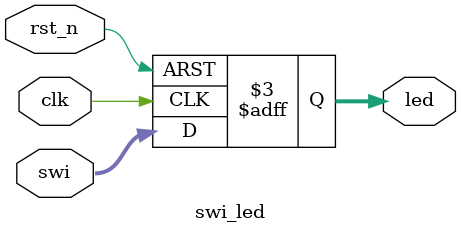
<source format=v>
module swi_led(
    input              clk    ,
	input              rst_n  ,
	input     [7:0]    swi    ,
    output reg[7:0]    led   
);

//*****************************************************
//**                    main code                      
//*****************************************************

always @(posedge clk or negedge rst_n)begin
    if(!rst_n)
	    led <= 8'b0000_0000;
    else
		led <= swi;
end

endmodule

</source>
